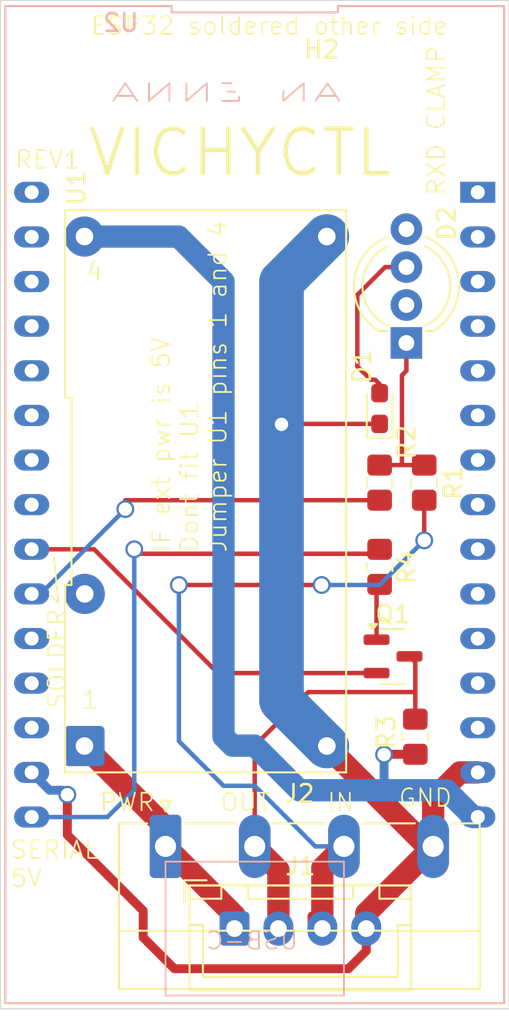
<source format=kicad_pcb>
(kicad_pcb (version 20240108) (generator "pcbnew") (generator_version "8.0")
  (layers (0 "F.Cu" signal) (31 "B.Cu" signal) (34 "B.Paste" user) (35 "F.Paste" user) (36 "B.SilkS" user "B.Silkscreen") (37 "F.SilkS" user "F.Silkscreen") (38 "B.Mask" user) (39 "F.Mask" user) (44 "Edge.Cuts" user))
  (net 0 "")
  (net 2 "GND")
  (net 8 "Net-(Q2-E)")
  (net 22 "Net-(U1-D16)")
  (net 28 "Net-(U1-3V3)")
  (net 29 "Net-(U1-VIN)")
  (net 30 "Net-(Q2-B)")
  (net 31 "Net-(J1-Pin_2)")
  (net 32 "Net-(D3-BA)")
  (net 33 "Net-(J1-Pin_3)")
  (net 36 "Net-(D1-A)")
  (net 37 "Net-(J1-Pin_1)")
  (footprint "Connector_JST:JST_XH_B4B-XH-A_1x04_P2.50mm_Vertical" (layer "F.Cu") (at 132.962 94.234)
    (property "Reference" "J1" (at 3.75 -3.55 0) (layer "F.SilkS"))
    (property "Value" "Conn_01x04_Pin")
    (fp_line (start -2.85 -2.75) (end -2.85 -1.5) (stroke (width 0.12)) (layer "F.SilkS"))
    (fp_line (start -2.56 -2.46) (end -2.56 3.51) (stroke (width 0.12)) (layer "F.SilkS"))
    (fp_line (start -2.56 3.51) (end 10.06 3.51) (stroke (width 0.12)) (layer "F.SilkS"))
    (fp_line (start -2.55 -2.45) (end -2.55 -1.7) (stroke (width 0.12)) (layer "F.SilkS"))
    (fp_line (start -2.55 -1.7) (end -0.75 -1.7) (stroke (width 0.12)) (layer "F.SilkS"))
    (fp_line (start -2.55 -0.2) (end -1.8 -0.2) (stroke (width 0.12)) (layer "F.SilkS"))
    (fp_line (start -1.8 -0.2) (end -1.8 2.75) (stroke (width 0.12)) (layer "F.SilkS"))
    (fp_line (start -1.8 2.75) (end 3.75 2.75) (stroke (width 0.12)) (layer "F.SilkS"))
    (fp_line (start -1.6 -2.75) (end -2.85 -2.75) (stroke (width 0.12)) (layer "F.SilkS"))
    (fp_line (start -0.75 -2.45) (end -2.55 -2.45) (stroke (width 0.12)) (layer "F.SilkS"))
    (fp_line (start -0.75 -1.7) (end -0.75 -2.45) (stroke (width 0.12)) (layer "F.SilkS"))
    (fp_line (start 0.75 -2.45) (end 0.75 -1.7) (stroke (width 0.12)) (layer "F.SilkS"))
    (fp_line (start 0.75 -1.7) (end 6.75 -1.7) (stroke (width 0.12)) (layer "F.SilkS"))
    (fp_line (start 6.75 -2.45) (end 0.75 -2.45) (stroke (width 0.12)) (layer "F.SilkS"))
    (fp_line (start 6.75 -1.7) (end 6.75 -2.45) (stroke (width 0.12)) (layer "F.SilkS"))
    (fp_line (start 8.25 -2.45) (end 8.25 -1.7) (stroke (width 0.12)) (layer "F.SilkS"))
    (fp_line (start 8.25 -1.7) (end 10.05 -1.7) (stroke (width 0.12)) (layer "F.SilkS"))
    (fp_line (start 9.3 -0.2) (end 9.3 2.75) (stroke (width 0.12)) (layer "F.SilkS"))
    (fp_line (start 9.3 2.75) (end 3.75 2.75) (stroke (width 0.12)) (layer "F.SilkS"))
    (fp_line (start 10.05 -2.45) (end 8.25 -2.45) (stroke (width 0.12)) (layer "F.SilkS"))
    (fp_line (start 10.05 -1.7) (end 10.05 -2.45) (stroke (width 0.12)) (layer "F.SilkS"))
    (fp_line (start 10.05 -0.2) (end 9.3 -0.2) (stroke (width 0.12)) (layer "F.SilkS"))
    (fp_line (start 10.06 -2.46) (end -2.56 -2.46) (stroke (width 0.12)) (layer "F.SilkS"))
    (fp_line (start 10.06 3.51) (end 10.06 -2.46) (stroke (width 0.12)) (layer "F.SilkS"))
    (pad "1" thru_hole roundrect (at 0 0) (size 1.7 1.95) (drill 0.95) (layers "*.Cu" "*.Mask") (roundrect_rratio 0.147059) (net 37 "Net-(J1-Pin_1)"))
    (pad "2" thru_hole oval (at 2.5 0) (size 1.7 1.95) (drill 0.95) (layers "*.Cu" "*.Mask") (net 31 "Net-(J1-Pin_2)"))
    (pad "3" thru_hole oval (at 5 0) (size 1.7 1.95) (drill 0.95) (layers "*.Cu" "*.Mask") (net 33 "Net-(J1-Pin_3)"))
    (pad "4" thru_hole oval (at 7.5 0) (size 1.7 1.95) (drill 0.95) (layers "*.Cu" "*.Mask") (net 2 "GND"))
  )
  (footprint "Connector_Phoenix_MC_HighVoltage:PhoenixContact_MC_1,5_4-G-5.08_1x04_P5.08mm_Horizontal" (layer "F.Cu") (at 129.032 89.555)
    (property "Reference" "J2" (at 7.62 -3 0) (layer "F.SilkS"))
    (property "Value" "Conn_01x04_Pin")
    (fp_line (start -2.65 -1.31) (end -2.65 8.11) (stroke (width 0.12)) (layer "F.SilkS"))
    (fp_line (start -2.65 -1.31) (end -1.05 -1.31) (stroke (width 0.12)) (layer "F.SilkS"))
    (fp_line (start -2.65 4.8) (end 17.89 4.8) (stroke (width 0.12)) (layer "F.SilkS"))
    (fp_line (start -2.65 8.11) (end 17.89 8.11) (stroke (width 0.12)) (layer "F.SilkS"))
    (fp_line (start -0.3 -2.6) (end 0.3 -2.6) (stroke (width 0.12)) (layer "F.SilkS"))
    (fp_line (start 0 -2) (end -0.3 -2.6) (stroke (width 0.12)) (layer "F.SilkS"))
    (fp_line (start 0.3 -2.6) (end 0 -2) (stroke (width 0.12)) (layer "F.SilkS"))
    (fp_line (start 1.05 -1.31) (end 4.03 -1.31) (stroke (width 0.12)) (layer "F.SilkS"))
    (fp_line (start 6.13 -1.31) (end 9.11 -1.31) (stroke (width 0.12)) (layer "F.SilkS"))
    (fp_line (start 11.21 -1.31) (end 14.19 -1.31) (stroke (width 0.12)) (layer "F.SilkS"))
    (fp_line (start 17.89 -1.31) (end 16.29 -1.31) (stroke (width 0.12)) (layer "F.SilkS"))
    (fp_line (start 17.89 8.11) (end 17.89 -1.31) (stroke (width 0.12)) (layer "F.SilkS"))
    (pad "1" thru_hole roundrect (at 0 0) (size 1.8 3.6) (drill 1.2) (layers "*.Cu" "*.Mask") (roundrect_rratio 0.138889) (net 37 "Net-(J1-Pin_1)"))
    (pad "2" thru_hole oval (at 5.08 0) (size 1.8 3.6) (drill 1.2) (layers "*.Cu" "*.Mask") (net 31 "Net-(J1-Pin_2)"))
    (pad "3" thru_hole oval (at 10.16 0) (size 1.8 3.6) (drill 1.2) (layers "*.Cu" "*.Mask") (net 33 "Net-(J1-Pin_3)"))
    (pad "4" thru_hole oval (at 15.24 0) (size 1.8 3.6) (drill 1.2) (layers "*.Cu" "*.Mask") (net 2 "GND"))
  )
  (footprint "Resistor_SMD:R_0805_2012Metric_Pad1.20x1.40mm_HandSolder" (layer "F.Cu") (at 141.224 68.85 90)
    (property "Reference" "R2" (at 2.302 1.524 90) (layer "F.SilkS"))
    (property "Value" "1K")
    (fp_line (start -0.227064 -0.735) (end 0.227064 -0.735) (stroke (width 0.12)) (layer "F.SilkS"))
    (fp_line (start -0.227064 0.735) (end 0.227064 0.735) (stroke (width 0.12)) (layer "F.SilkS"))
    (pad "1" smd roundrect (at -1 0 90) (size 1.2 1.4) (layers "F.Cu" "F.Paste" "F.Mask") (roundrect_rratio 0.208333) (net 22 "Net-(U1-D16)"))
    (pad "2" smd roundrect (at 1 0 90) (size 1.2 1.4) (layers "F.Cu" "F.Paste" "F.Mask") (roundrect_rratio 0.208333) (net 32 "Net-(D3-BA)"))
  )
  (footprint "Package_TO_SOT_SMD:SOT-23" (layer "F.Cu") (at 141.986 78.74)
    (property "Reference" "Q1" (at 0 -2.4 0) (layer "F.SilkS"))
    (property "Value" "BC847")
    (fp_line (start 0 -1.56) (end -0.65 -1.56) (stroke (width 0.12)) (layer "F.SilkS"))
    (fp_line (start 0 -1.56) (end 0.65 -1.56) (stroke (width 0.12)) (layer "F.SilkS"))
    (fp_line (start 0 1.56) (end -0.65 1.56) (stroke (width 0.12)) (layer "F.SilkS"))
    (fp_line (start 0 1.56) (end 0.65 1.56) (stroke (width 0.12)) (layer "F.SilkS"))
    (fp_poly (pts (xy -1.1625 -1.51) (xy -1.4025 -1.84) (xy -0.9225 -1.84) (xy -1.1625 -1.51)) (stroke (width 0.12)) (fill solid) (layer "F.SilkS"))
    (pad "1" smd roundrect (at -0.9375 -0.95) (size 1.475 0.6) (layers "F.Cu" "F.Paste" "F.Mask") (net 30 "Net-(Q2-B)"))
    (pad "2" smd roundrect (at -0.9375 0.95) (size 1.475 0.6) (layers "F.Cu" "F.Paste" "F.Mask") (net 8 "Net-(Q2-E)"))
    (pad "3" smd roundrect (at 0.9375 0) (size 1.475 0.6) (layers "F.Cu" "F.Paste" "F.Mask") (net 31 "Net-(J1-Pin_2)"))
  )
  (footprint "Resistor_SMD:R_0805_2012Metric_Pad1.20x1.40mm_HandSolder" (layer "F.Cu") (at 141.224 73.644 90)
    (property "Reference" "R4" (at -0.016 1.524 90) (layer "F.SilkS"))
    (property "Value" "47K")
    (fp_line (start -0.227064 -0.735) (end 0.227064 -0.735) (stroke (width 0.12)) (layer "F.SilkS"))
    (fp_line (start -0.227064 0.735) (end 0.227064 0.735) (stroke (width 0.12)) (layer "F.SilkS"))
    (pad "1" smd roundrect (at -1 0 90) (size 1.2 1.4) (layers "F.Cu" "F.Paste" "F.Mask") (roundrect_rratio 0.208333) (net 30 "Net-(Q2-B)"))
    (pad "2" smd roundrect (at 1 0 90) (size 1.2 1.4) (layers "F.Cu" "F.Paste" "F.Mask") (roundrect_rratio 0.208333) (net 28 "Net-(U1-3V3)"))
  )
  (footprint "mower_footprints:switcher_en" (layer "F.Cu") (at 131.318 69.342)
    (property "Reference" "U1" (at -7.366 -17.272 90) (layer "F.SilkS"))
    (property "Value" "~")
    (fp_line (start -8 -5.333333) (end -7.64 -5.333333) (stroke (width 0.12)) (layer "F.SilkS"))
    (fp_line (start -8 5.333333) (end -8 16) (stroke (width 0.12)) (layer "F.SilkS"))
    (fp_line (start -8 16) (end 7.999999 16) (stroke (width 0.12)) (layer "F.SilkS"))
    (fp_line (start -7.999999 -16) (end -8 -5.333333) (stroke (width 0.12)) (layer "F.SilkS"))
    (fp_line (start -7.64 -5.333333) (end -7.64 5.333333) (stroke (width 0.12)) (layer "F.SilkS"))
    (fp_line (start -7.64 5.333333) (end -8 5.333333) (stroke (width 0.12)) (layer "F.SilkS"))
    (fp_line (start 7.999999 16) (end 8 -16) (stroke (width 0.12)) (layer "F.SilkS"))
    (fp_line (start 8 -16) (end -7.999999 -16) (stroke (width 0.12)) (layer "F.SilkS"))
    (pad "1" thru_hole roundrect (at -6.9 14.5) (size 2.286 2.286) (drill 1) (layers "*.Cu" "*.Mask") (roundrect_rratio 0.1093613298) (net 37 "Net-(J1-Pin_1)"))
    (pad "2" thru_hole circle (at 6.9 14.5) (size 2.286 2.286) (drill 1) (layers "*.Cu" "*.Mask") (net 2 "GND"))
    (pad "3" thru_hole circle (at 6.9 -14.5) (size 2.286 2.286) (drill 1) (layers "*.Cu" "*.Mask") (net 2 "GND"))
    (pad "4" thru_hole circle (at -6.9 -14.5) (size 2.286 2.286) (drill 1) (layers "*.Cu" "*.Mask") (net 29 "Net-(U1-VIN)"))
    (pad "5" thru_hole circle (at -6.8834 5.842) (size 2.286 2.286) (drill 1) (layers "*.Cu" "*.Mask"))
  )
  (footprint "LED_THT:LED_D5.0mm-4_RGB_Wide_Pins" (layer "F.Cu") (at 142.748 60.898 90)
    (property "Reference" "D2" (at 6.796 2.286 90) (layer "F.SilkS"))
    (property "Value" "LED_BGKR")
    (fp_line (start 0.6785 -1.545) (end 0.6785 -1.08) (stroke (width 0.12)) (layer "F.SilkS"))
    (fp_line (start 0.6785 1.08) (end 0.6785 1.545) (stroke (width 0.12)) (layer "F.SilkS"))
    (fp_arc (start 0.6785 -1.54483) (mid 3.496956 -2.978809) (end 6.026315 -1.080827) (stroke (width 0.12)) (layer "F.SilkS"))
    (fp_arc (start 0.983816 -1.08) (mid 3.238262 -2.5) (end 5.492979 -1.080429) (stroke (width 0.12)) (layer "F.SilkS"))
    (fp_arc (start 5.492979 1.080429) (mid 3.238262 2.5) (end 0.983816 1.08) (stroke (width 0.12)) (layer "F.SilkS"))
    (fp_arc (start 6.026315 1.080827) (mid 3.496956 2.978808) (end 0.6785 1.54483) (stroke (width 0.12)) (layer "F.SilkS"))
    (pad "1" thru_hole rect (at 0 0 90) (size 1.8 1.8) (drill 0.9) (layers "*.Cu" "*.Mask") (net 32 "Net-(D3-BA)"))
    (pad "2" thru_hole circle (at 2.159 0 90) (size 1.8 1.8) (drill 0.9) (layers "*.Cu" "*.Mask"))
    (pad "3" thru_hole circle (at 4.318 0 90) (size 1.8 1.8) (drill 0.9) (layers "*.Cu" "*.Mask") (net 36 "Net-(D1-A)"))
    (pad "4" thru_hole circle (at 6.477 0 90) (size 1.8 1.8) (drill 0.9) (layers "*.Cu" "*.Mask"))
  )
  (footprint "MountingHole:MountingHole_3.2mm_M3_ISO7380" (layer "F.Cu") (at 134.366 45.72)
    (property "Reference" "H2" (at 3.556 -1.524 0) (layer "F.SilkS"))
    (property "Value" "MountingHole")
    (pad "" np_thru_hole circle (at 0 0) (size 3.2 3.2) (drill 3.2) (layers "*.Cu" "*.Mask"))
  )
  (footprint "Diode_SMD:D_0603_1608Metric_Pad1.05x0.95mm_HandSolder" (layer "F.Cu") (at 141.224 64.629 90)
    (property "Reference" "D1" (at 2.399 -1.016 90) (layer "F.SilkS"))
    (property "Value" "1N914")
    (fp_line (start 0.8 -0.735) (end -1.66 -0.735) (stroke (width 0.12)) (layer "F.SilkS"))
    (fp_line (start -1.66 -0.735) (end -1.66 0.735) (stroke (width 0.12)) (layer "F.SilkS"))
    (fp_line (start -1.66 0.735) (end 0.8 0.735) (stroke (width 0.12)) (layer "F.SilkS"))
    (pad "1" smd roundrect (at -0.875 0 90) (size 1.05 0.95) (layers "F.Cu" "F.Paste" "F.Mask") (net 2 "GND"))
    (pad "2" smd roundrect (at 0.875 0 90) (size 1.05 0.95) (layers "F.Cu" "F.Paste" "F.Mask") (net 36 "Net-(D1-A)"))
  )
  (footprint "Resistor_SMD:R_0805_2012Metric_Pad1.20x1.40mm_HandSolder" (layer "F.Cu") (at 143.256 83.312 90)
    (property "Reference" "R3" (at 0.254 -1.65 90) (layer "F.SilkS"))
    (property "Value" "4K7")
    (fp_line (start -0.227064 -0.735) (end 0.227064 -0.735) (stroke (width 0.12)) (layer "F.SilkS"))
    (fp_line (start -0.227064 0.735) (end 0.227064 0.735) (stroke (width 0.12)) (layer "F.SilkS"))
    (pad "1" smd roundrect (at -1 0 90) (size 1.2 1.4) (layers "F.Cu" "F.Paste" "F.Mask") (roundrect_rratio 0.208333) (net 29 "Net-(U1-VIN)"))
    (pad "2" smd roundrect (at 1 0 90) (size 1.2 1.4) (layers "F.Cu" "F.Paste" "F.Mask") (roundrect_rratio 0.208333) (net 31 "Net-(J1-Pin_2)"))
  )
  (footprint "MountingHole:MountingHole_3.2mm_M3_ISO7380" (layer "F.Cu") (at 123.444 94.742)
    (property "Reference" "H1" (hide yes))
    (property "Value" "MountingHole" (hide yes))
    (pad "" np_thru_hole circle (at 0 0) (size 3.2 3.2) (drill 3.2) (layers "*.Cu" "*.Mask"))
  )
  (footprint "Resistor_SMD:R_0805_2012Metric_Pad1.20x1.40mm_HandSolder" (layer "F.Cu") (at 143.764 68.85 -90)
    (property "Reference" "R1" (at 0 -1.65 90) (layer "F.SilkS"))
    (property "Value" "1K")
    (fp_line (start -0.227064 0.735) (end 0.227064 0.735) (stroke (width 0.12)) (layer "F.SilkS"))
    (fp_line (start -0.227064 -0.735) (end 0.227064 -0.735) (stroke (width 0.12)) (layer "F.SilkS"))
    (pad "1" smd roundrect (at -1 0 270) (size 1.2 1.4) (layers "F.Cu" "F.Paste" "F.Mask") (roundrect_rratio 0.208333) (net 32 "Net-(D3-BA)"))
    (pad "2" smd roundrect (at 1 0 270) (size 1.2 1.4) (layers "F.Cu" "F.Paste" "F.Mask") (roundrect_rratio 0.208333) (net 33 "Net-(J1-Pin_3)"))
  )
  (footprint "mower_footprints:ESP32_WROOM_M1" (layer "B.Cu") (at 134.112 70.104 -90)
    (property "Reference" "U2" (at -27.432 7.62 0) (layer "B.SilkS") (effects (justify mirror)))
    (property "Value" "~")
    (fp_line (start -28.38 14.2) (end 28.38 14.199999) (stroke (width 0.12)) (layer "B.SilkS"))
    (fp_line (start 28.38 14.199999) (end 28.38 -14.2) (stroke (width 0.12)) (layer "B.SilkS"))
    (fp_line (start -28.38 4.733333) (end -28.38 14.2) (stroke (width 0.12)) (layer "B.SilkS"))
    (fp_line (start -28.02 4.733333) (end -28.38 4.733333) (stroke (width 0.12)) (layer "B.SilkS"))
    (fp_line (start -28.38 -4.733333) (end -28.02 -4.733333) (stroke (width 0.12)) (layer "B.SilkS"))
    (fp_line (start -28.02 -4.733333) (end -28.02 4.733333) (stroke (width 0.12)) (layer "B.SilkS"))
    (fp_line (start -28.38 -14.199999) (end -28.38 -4.733333) (stroke (width 0.12)) (layer "B.SilkS"))
    (fp_line (start 28.38 -14.2) (end -28.38 -14.199999) (stroke (width 0.12)) (layer "B.SilkS"))
    (fp_rect (start 20.32 5.08) (end 27.94 -5.08) (stroke (width 0.1)) (fill none) (layer "B.SilkS"))
    (fp_text user "USB-C" (at 25.4 -2.54 0) (layer "B.SilkS") (effects (font (thickness 0.1)) (justify left bottom mirror)))
    (fp_text user "ANTENNA" (at -22.86 -5.08 0) (layer "B.SilkS") (effects (font (size 1 2.032) (thickness 0.1)) (justify left bottom mirror)))
    (pad "1" thru_hole rect (at -17.78 -12.7 270) (size 1.2 2) (drill 0.8) (layers "*.Cu" "*.Mask"))
    (pad "2" thru_hole oval (at -15.24 -12.7 270) (size 1.2 2) (drill 0.8) (layers "*.Cu" "*.Mask"))
    (pad "3" thru_hole oval (at -12.7 -12.7 270) (size 1.2 2) (drill 0.8) (layers "*.Cu" "*.Mask"))
    (pad "4" thru_hole oval (at -10.16 -12.7 270) (size 1.2 2) (drill 0.8) (layers "*.Cu" "*.Mask"))
    (pad "5" thru_hole oval (at -7.62 -12.7 270) (size 1.2 2) (drill 0.8) (layers "*.Cu" "*.Mask"))
    (pad "6" thru_hole oval (at -5.08 -12.7 270) (size 1.2 2) (drill 0.8) (layers "*.Cu" "*.Mask"))
    (pad "7" thru_hole oval (at -2.54 -12.7 270) (size 1.2 2) (drill 0.8) (layers "*.Cu" "*.Mask"))
    (pad "8" thru_hole oval (at 0 -12.7 270) (size 1.2 2) (drill 0.8) (layers "*.Cu" "*.Mask"))
    (pad "9" thru_hole oval (at 2.54 -12.7 270) (size 1.2 2) (drill 0.8) (layers "*.Cu" "*.Mask"))
    (pad "10" thru_hole oval (at 5.08 -12.7 270) (size 1.2 2) (drill 0.8) (layers "*.Cu" "*.Mask"))
    (pad "11" thru_hole oval (at 7.62 -12.7 270) (size 1.2 2) (drill 0.8) (layers "*.Cu" "*.Mask"))
    (pad "12" thru_hole oval (at 10.16 -12.7 270) (size 1.2 2) (drill 0.8) (layers "*.Cu" "*.Mask"))
    (pad "13" thru_hole oval (at 12.7 -12.7 270) (size 1.2 2) (drill 0.8) (layers "*.Cu" "*.Mask"))
    (pad "14" thru_hole oval (at 15.24 -12.7 270) (size 1.2 2) (drill 0.8) (layers "*.Cu" "*.Mask") (net 2 "GND"))
    (pad "15" thru_hole oval (at 17.78 -12.7 270) (size 1.2 2) (drill 0.8) (layers "*.Cu" "*.Mask") (net 29 "Net-(U1-VIN)"))
    (pad "16" thru_hole oval (at 17.78 12.7 270) (size 1.2 2) (drill 0.8) (layers "*.Cu" "*.Mask") (net 28 "Net-(U1-3V3)"))
    (pad "17" thru_hole oval (at 15.24 12.7 270) (size 1.2 2) (drill 0.8) (layers "*.Cu" "*.Mask") (net 2 "GND"))
    (pad "18" thru_hole oval (at 12.7 12.7 270) (size 1.2 2) (drill 0.8) (layers "*.Cu" "*.Mask"))
    (pad "19" thru_hole oval (at 10.16 12.7 270) (size 1.2 2) (drill 0.8) (layers "*.Cu" "*.Mask"))
    (pad "20" thru_hole oval (at 7.62 12.7 270) (size 1.2 2) (drill 0.8) (layers "*.Cu" "*.Mask"))
    (pad "21" thru_hole oval (at 5.08 12.7 270) (size 1.2 2) (drill 0.8) (layers "*.Cu" "*.Mask") (net 22 "Net-(U1-D16)"))
    (pad "22" thru_hole oval (at 2.54 12.7 270) (size 1.2 2) (drill 0.8) (layers "*.Cu" "*.Mask") (net 8 "Net-(Q2-E)"))
    (pad "23" thru_hole oval (at 0 12.7 270) (size 1.2 2) (drill 0.8) (layers "*.Cu" "*.Mask"))
    (pad "24" thru_hole oval (at -2.54 12.7 270) (size 1.2 2) (drill 0.8) (layers "*.Cu" "*.Mask"))
    (pad "25" thru_hole oval (at -5.08 12.7 270) (size 1.2 2) (drill 0.8) (layers "*.Cu" "*.Mask"))
    (pad "26" thru_hole oval (at -7.62 12.7 270) (size 1.2 2) (drill 0.8) (layers "*.Cu" "*.Mask"))
    (pad "27" thru_hole oval (at -10.16 12.7 270) (size 1.2 2) (drill 0.8) (layers "*.Cu" "*.Mask"))
    (pad "28" thru_hole oval (at -12.7 12.7 270) (size 1.2 2) (drill 0.8) (layers "*.Cu" "*.Mask"))
    (pad "29" thru_hole oval (at -15.24 12.7 270) (size 1.2 2) (drill 0.8) (layers "*.Cu" "*.Mask"))
    (pad "30" thru_hole oval (at -17.78 12.7 270) (size 1.2 2) (drill 0.8) (layers "*.Cu" "*.Mask"))
  )
  (gr_line (start 122.428 75.184) (end 122.936 75.692) (stroke (width 0.1)) (layer "F.SilkS"))
  (gr_line (start 122.682 73.152) (end 122.936 75.692) (stroke (width 0.1)) (layer "F.SilkS"))
  (gr_rect (start 119.634 41.402) (end 148.59 98.806) (stroke (width 0.05)) (fill none) (layer "Edge.Cuts"))
  (gr_text "REV1" (at 120.396 51.054 0) (layer "F.SilkS") (effects (font (size 1 1) (thickness 0.1)) (justify left bottom)))
  (gr_text "1" (at 124.206 81.788 0) (layer "F.SilkS") (effects (font (size 1 1) (thickness 0.1)) (justify left bottom)))
  (gr_text "GND" (at 142.24 87.376 0) (layer "F.SilkS") (effects (font (size 1 1) (thickness 0.1)) (justify left bottom)))
  (gr_text "4" (at 124.46 57.404 0) (layer "F.SilkS") (effects (font (size 1 1) (thickness 0.1)) (justify left bottom)))
  (gr_text "IF ext pwr is 5V\nDont fit U1\nJumper U1 pins 1 and 4" (at 132.588 72.898 90) (layer "F.SilkS") (effects (font (size 1 1) (thickness 0.1)) (justify left bottom)))
  (gr_text "VICHYCTL" (at 124.46 51.562 0) (layer "F.SilkS") (effects (font (size 2.54 2.54) (thickness 0.254)) (justify left bottom)))
  (gr_text "IN" (at 138.176 87.63 0) (layer "F.SilkS") (effects (font (size 1 1) (thickness 0.1)) (justify left bottom)))
  (gr_text "ESP32 soldered other side" (at 124.714 43.434 0) (layer "F.SilkS") (effects (font (size 1 1) (thickness 0.1)) (justify left bottom)))
  (gr_text "SERIAL\n5V" (at 120.142 91.948 0) (layer "F.SilkS") (effects (font (size 1 1) (thickness 0.1)) (justify left bottom)))
  (gr_text "PWR" (at 125.222 87.63 0) (layer "F.SilkS") (effects (font (size 1 1) (thickness 0.1)) (justify left bottom)))
  (gr_text "RXD CLAMP" (at 145.034 52.578 90) (layer "F.SilkS") (effects (font (size 1 1) (thickness 0.1)) (justify left bottom)))
  (gr_text "OUT" (at 132.08 87.63 0) (layer "F.SilkS") (effects (font (size 1 1) (thickness 0.1)) (justify left bottom)))
  (gr_text "SOLDER" (at 123.444 81.788 90) (layer "F.SilkS") (effects (font (size 1 1) (thickness 0.1)) (justify left bottom)))
  (segment (start 143.931 89.555) (end 138.218 83.842) (width 1.27) (layer "F.Cu") (net 2))
  (segment (start 140.462 94.234) (end 140.462 93.365) (width 1.27) (layer "F.Cu") (net 2))
  (segment (start 140.462 93.365) (end 144.272 89.555) (width 1.27) (layer "F.Cu") (net 2))
  (segment (start 140.462 95.504) (end 140.462 94.234) (width 0.508) (layer "F.Cu") (net 2))
  (segment (start 123.444 86.614) (end 123.444 88.9) (width 0.508) (layer "F.Cu") (net 2))
  (segment (start 129.54 96.52) (end 139.446 96.52) (width 0.508) (layer "F.Cu") (net 2))
  (segment (start 145.796 85.344) (end 144.272 86.868) (width 1.27) (layer "F.Cu") (net 2))
  (segment (start 141.224 65.504) (end 135.664 65.504) (width 0.254) (layer "F.Cu") (net 2))
  (segment (start 123.444 88.9) (end 127.762 93.218) (width 0.508) (layer "F.Cu") (net 2))
  (segment (start 127.762 93.218) (end 127.762 94.742) (width 0.508) (layer "F.Cu") (net 2))
  (segment (start 139.446 96.52) (end 140.462 95.504) (width 0.508) (layer "F.Cu") (net 2))
  (segment (start 146.812 85.344) (end 145.796 85.344) (width 1.27) (layer "F.Cu") (net 2))
  (segment (start 135.664 65.504) (end 135.636 65.532) (width 0.254) (layer "F.Cu") (net 2))
  (segment (start 144.272 89.555) (end 143.931 89.555) (width 1.27) (layer "F.Cu") (net 2))
  (segment (start 144.272 86.868) (end 144.272 89.555) (width 1.27) (layer "F.Cu") (net 2))
  (segment (start 127.762 94.742) (end 129.54 96.52) (width 0.508) (layer "F.Cu") (net 2))
  (via (at 123.444 86.614) (size 1.016) (drill 0.762) (layers "F.Cu" "B.Cu") (net 2))
  (via (at 135.636 65.532) (size 1.016) (drill 0.762) (layers "F.Cu" "B.Cu") (net 2))
  (segment (start 135.636 65.532) (end 135.636 81.26) (width 2.54) (layer "B.Cu") (net 2))
  (segment (start 123.19 86.36) (end 123.444 86.614) (width 0.508) (layer "B.Cu") (net 2))
  (segment (start 138.218 54.842) (end 135.636 57.424) (width 2.54) (layer "B.Cu") (net 2))
  (segment (start 135.636 81.26) (end 138.218 83.842) (width 2.54) (layer "B.Cu") (net 2))
  (segment (start 135.636 57.424) (end 135.636 65.532) (width 2.54) (layer "B.Cu") (net 2))
  (segment (start 122.428 86.36) (end 123.19 86.36) (width 0.508) (layer "B.Cu") (net 2))
  (segment (start 121.412 85.344) (end 122.428 86.36) (width 0.508) (layer "B.Cu") (net 2))
  (segment (start 141.0485 79.69) (end 132.014 79.69) (width 0.254) (layer "F.Cu") (net 8))
  (segment (start 132.014 79.69) (end 124.968 72.644) (width 0.254) (layer "F.Cu") (net 8))
  (segment (start 124.968 72.644) (end 121.412 72.644) (width 0.254) (layer "F.Cu") (net 8))
  (segment (start 126.746 69.85) (end 126.746 70.358) (width 0.254) (layer "F.Cu") (net 22))
  (segment (start 141.224 69.85) (end 126.746 69.85) (width 0.254) (layer "F.Cu") (net 22))
  (via (at 126.746 70.358) (size 1.016) (drill 0.762) (layers "F.Cu" "B.Cu") (net 22))
  (segment (start 121.92 75.184) (end 126.746 70.358) (width 0.254) (layer "B.Cu") (net 22))
  (segment (start 121.412 75.184) (end 121.92 75.184) (width 0.254) (layer "B.Cu") (net 22))
  (segment (start 127.508 72.898) (end 127.254 72.644) (width 0.254) (layer "F.Cu") (net 28))
  (segment (start 140.97 72.898) (end 127.508 72.898) (width 0.254) (layer "F.Cu") (net 28))
  (segment (start 141.224 72.644) (end 140.97 72.898) (width 0.254) (layer "F.Cu") (net 28))
  (via (at 127.254 72.644) (size 1.016) (drill 0.762) (layers "F.Cu" "B.Cu") (net 28))
  (segment (start 127.254 86.36) (end 127 86.614) (width 0.254) (layer "B.Cu") (net 28))
  (segment (start 127.254 72.644) (end 127.254 86.36) (width 0.254) (layer "B.Cu") (net 28))
  (segment (start 121.412 87.884) (end 125.73 87.884) (width 0.254) (layer "B.Cu") (net 28))
  (segment (start 125.73 87.884) (end 127 86.614) (width 0.254) (layer "B.Cu") (net 28))
  (segment (start 141.494 84.312) (end 141.478 84.328) (width 0.508) (layer "F.Cu") (net 29))
  (segment (start 143.256 84.312) (end 141.494 84.312) (width 0.508) (layer "F.Cu") (net 29))
  (segment (start 143.256 84.312) (end 143.256 84.328) (width 0.508) (layer "F.Cu") (net 29))
  (via (at 141.478 84.328) (size 1.016) (drill 0.762) (layers "F.Cu" "B.Cu") (net 29))
  (segment (start 132.334 83.312) (end 132.842 83.82) (width 1.27) (layer "B.Cu") (net 29))
  (segment (start 141.478 86.36) (end 145.034 86.36) (width 1.27) (layer "B.Cu") (net 29))
  (segment (start 141.478 84.328) (end 141.478 86.36) (width 0.508) (layer "B.Cu") (net 29))
  (segment (start 134.112 83.82) (end 136.652 86.36) (width 1.27) (layer "B.Cu") (net 29))
  (segment (start 132.334 57.404) (end 132.334 83.312) (width 1.27) (layer "B.Cu") (net 29))
  (segment (start 146.558 87.884) (end 146.812 87.884) (width 1.27) (layer "B.Cu") (net 29))
  (segment (start 124.418 54.842) (end 129.772 54.842) (width 1.27) (layer "B.Cu") (net 29))
  (segment (start 145.034 86.36) (end 146.558 87.884) (width 1.27) (layer "B.Cu") (net 29))
  (segment (start 132.842 83.82) (end 134.112 83.82) (width 1.27) (layer "B.Cu") (net 29))
  (segment (start 129.772 54.842) (end 132.334 57.404) (width 1.27) (layer "B.Cu") (net 29))
  (segment (start 136.652 86.36) (end 141.478 86.36) (width 1.27) (layer "B.Cu") (net 29))
  (segment (start 141.0485 77.79) (end 141.0485 74.8195) (width 0.254) (layer "F.Cu") (net 30))
  (segment (start 141.0485 74.8195) (end 141.224 74.644) (width 0.254) (layer "F.Cu") (net 30))
  (segment (start 143.256 82.312) (end 143.256 80.772) (width 0.254) (layer "F.Cu") (net 31))
  (segment (start 137.16 80.772) (end 134.112 83.82) (width 0.254) (layer "F.Cu") (net 31))
  (segment (start 143.256 79.0725) (end 142.9235 78.74) (width 0.254) (layer "F.Cu") (net 31))
  (segment (start 134.112 83.82) (end 134.112 89.555) (width 0.254) (layer "F.Cu") (net 31))
  (segment (start 135.462 90.905) (end 134.112 89.555) (width 1.27) (layer "F.Cu") (net 31))
  (segment (start 143.256 80.772) (end 137.16 80.772) (width 0.254) (layer "F.Cu") (net 31))
  (segment (start 143.256 80.772) (end 143.256 79.0725) (width 0.254) (layer "F.Cu") (net 31))
  (segment (start 135.462 94.234) (end 135.462 90.905) (width 1.27) (layer "F.Cu") (net 31))
  (segment (start 141.224 67.85) (end 142.494 67.85) (width 0.254) (layer "F.Cu") (net 32))
  (segment (start 142.748 62.484) (end 142.748 60.898) (width 0.254) (layer "F.Cu") (net 32))
  (segment (start 142.494 67.85) (end 143.764 67.85) (width 0.254) (layer "F.Cu") (net 32))
  (segment (start 142.494 62.738) (end 142.748 62.484) (width 0.254) (layer "F.Cu") (net 32))
  (segment (start 142.494 67.85) (end 142.494 62.738) (width 0.254) (layer "F.Cu") (net 32))
  (segment (start 137.922 74.676) (end 129.794 74.676) (width 0.254) (layer "F.Cu") (net 33))
  (segment (start 137.374 94.234) (end 137.374 93.518) (width 0.508) (layer "F.Cu") (net 33))
  (segment (start 137.962 90.785) (end 139.192 89.555) (width 1.27) (layer "F.Cu") (net 33))
  (segment (start 143.764 69.85) (end 143.764 72.136) (width 0.254) (layer "F.Cu") (net 33))
  (segment (start 137.962 94.234) (end 137.962 90.785) (width 1.27) (layer "F.Cu") (net 33))
  (via (at 143.764 72.136) (size 1.016) (drill 0.762) (layers "F.Cu" "B.Cu") (net 33))
  (via (at 129.794 74.676) (size 1.016) (drill 0.762) (layers "F.Cu" "B.Cu") (net 33))
  (via (at 137.922 74.676) (size 1.016) (drill 0.762) (layers "F.Cu" "B.Cu") (net 33))
  (segment (start 137.561 89.555) (end 139.192 89.555) (width 0.254) (layer "B.Cu") (net 33))
  (segment (start 129.794 83.566) (end 132.334 86.106) (width 0.254) (layer "B.Cu") (net 33))
  (segment (start 141.224 74.676) (end 137.922 74.676) (width 0.254) (layer "B.Cu") (net 33))
  (segment (start 134.112 86.106) (end 137.561 89.555) (width 0.254) (layer "B.Cu") (net 33))
  (segment (start 132.334 86.106) (end 134.112 86.106) (width 0.254) (layer "B.Cu") (net 33))
  (segment (start 143.764 72.136) (end 141.224 74.676) (width 0.254) (layer "B.Cu") (net 33))
  (segment (start 129.794 74.676) (end 129.794 83.566) (width 0.254) (layer "B.Cu") (net 33))
  (segment (start 139.954 58.166) (end 141.54 56.58) (width 0.254) (layer "F.Cu") (net 36))
  (segment (start 140.716 62.992) (end 140.97 62.992) (width 0.254) (layer "F.Cu") (net 36))
  (segment (start 141.54 56.58) (end 142.748 56.58) (width 0.254) (layer "F.Cu") (net 36))
  (segment (start 140.716 62.992) (end 139.954 62.23) (width 0.254) (layer "F.Cu") (net 36))
  (segment (start 139.954 62.23) (end 139.954 58.166) (width 0.254) (layer "F.Cu") (net 36))
  (segment (start 141.224 63.246) (end 141.224 63.754) (width 0.254) (layer "F.Cu") (net 36))
  (segment (start 140.97 62.992) (end 141.224 63.246) (width 0.254) (layer "F.Cu") (net 36))
  (segment (start 129.032 88.456) (end 124.418 83.842) (width 1.27) (layer "F.Cu") (net 37))
  (segment (start 132.962 93.485) (end 129.032 89.555) (width 1.27) (layer "F.Cu") (net 37))
  (segment (start 132.962 94.234) (end 132.962 93.485) (width 1.27) (layer "F.Cu") (net 37))
  (segment (start 129.032 89.555) (end 129.032 88.456) (width 1.27) (layer "F.Cu") (net 37))
)
</source>
